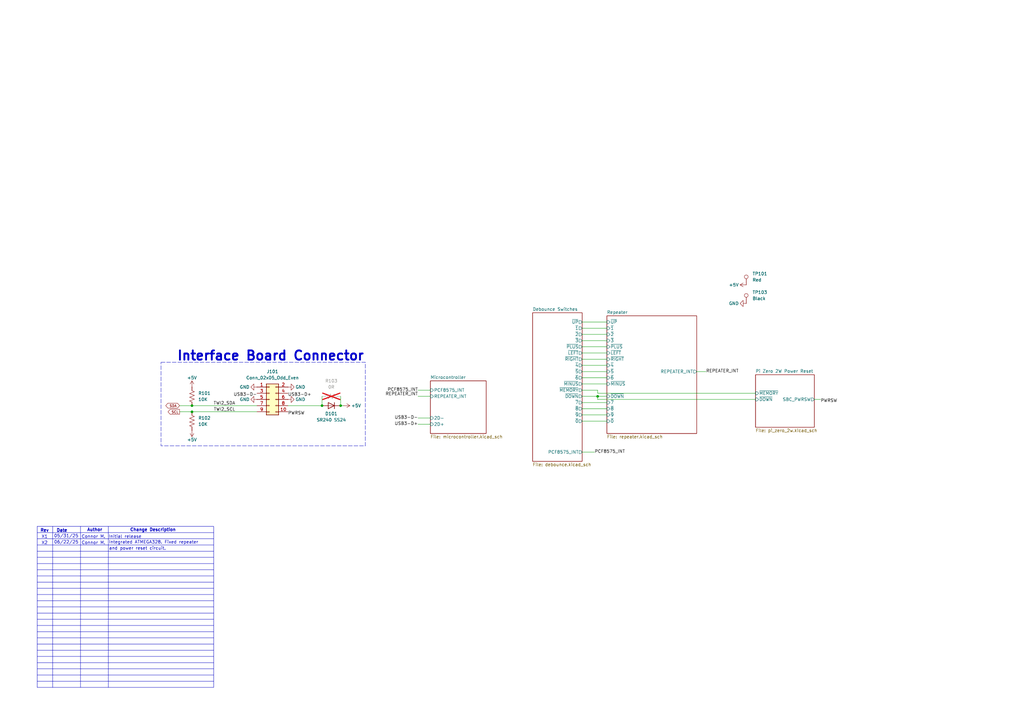
<source format=kicad_sch>
(kicad_sch (version 20250114) (generator "eeschema") (generator_version "9.0")
  (paper "A3")
  (title_block (title "MEP MAXI 85V-1 REV 2 Keypad") (date "2025-06-22") (rev "X2") (company "McMillan Enterprises") (comment 1 "Firmware: Connor McMillan (connor@mcmillan.website)") (comment 2 "Hardware &"))
  (lib_symbols
    (symbol "Connector:TestPoint" (pin_numbers (hide yes)) (pin_names (offset 0.762) (hide yes))
      (property "Reference" "TP" (at 0 6.858 0))
      (property "Value" "TestPoint" (at 0 5.08 0))
      (symbol "TestPoint_0_1"
        (circle (center 0 3.302) (radius 0.762))
      )
      (symbol "TestPoint_1_1"
        (pin passive line (at 0 0 90) (length 2.54) (name "1") (number "1"))
      )
    )
    (symbol "Connector_Generic:Conn_02x05_Odd_Even" (pin_names (offset 1.016) (hide yes))
      (property "Reference" "J" (at 1.27 7.62 0))
      (property "Value" "Conn_02x05_Odd_Even" (at 1.27 -7.62 0))
      (symbol "Conn_02x05_Odd_Even_1_1"
        (rectangle (start -1.27 6.35) (end 3.81 -6.35) (stroke (width 0.254)) (fill (type background)))
        (rectangle (start -1.27 5.207) (end 0 4.953) (stroke (width 0.1524)))
        (rectangle (start -1.27 2.667) (end 0 2.413) (stroke (width 0.1524)))
        (rectangle (start -1.27 0.127) (end 0 -0.127) (stroke (width 0.1524)))
        (rectangle (start -1.27 -2.413) (end 0 -2.667) (stroke (width 0.1524)))
        (rectangle (start -1.27 -4.953) (end 0 -5.207) (stroke (width 0.1524)))
        (rectangle (start 3.81 5.207) (end 2.54 4.953) (stroke (width 0.1524)))
        (rectangle (start 3.81 2.667) (end 2.54 2.413) (stroke (width 0.1524)))
        (rectangle (start 3.81 0.127) (end 2.54 -0.127) (stroke (width 0.1524)))
        (rectangle (start 3.81 -2.413) (end 2.54 -2.667) (stroke (width 0.1524)))
        (rectangle (start 3.81 -4.953) (end 2.54 -5.207) (stroke (width 0.1524)))
        (pin passive line (at -5.08 5.08 0) (length 3.81) (name "Pin_1") (number "1"))
        (pin passive line (at -5.08 2.54 0) (length 3.81) (name "Pin_3") (number "3"))
        (pin passive line (at -5.08 0 0) (length 3.81) (name "Pin_5") (number "5"))
        (pin passive line (at -5.08 -2.54 0) (length 3.81) (name "Pin_7") (number "7"))
        (pin passive line (at -5.08 -5.08 0) (length 3.81) (name "Pin_9") (number "9"))
        (pin passive line (at 7.62 5.08 180) (length 3.81) (name "Pin_2") (number "2"))
        (pin passive line (at 7.62 2.54 180) (length 3.81) (name "Pin_4") (number "4"))
        (pin passive line (at 7.62 0 180) (length 3.81) (name "Pin_6") (number "6"))
        (pin passive line (at 7.62 -2.54 180) (length 3.81) (name "Pin_8") (number "8"))
        (pin passive line (at 7.62 -5.08 180) (length 3.81) (name "Pin_10") (number "10"))
      )
    )
    (symbol "Device:D" (pin_numbers (hide yes)) (pin_names (offset 1.016) (hide yes))
      (property "Reference" "D" (at 0 2.54 0))
      (property "Value" "D" (at 0 -2.54 0))
      (symbol "D_0_1"
        (polyline (pts (xy -1.27 1.27) (xy -1.27 -1.27)) (stroke (width 0.254)))
        (polyline (pts (xy 1.27 1.27) (xy 1.27 -1.27) (xy -1.27 0) (xy 1.27 1.27)) (stroke (width 0.254)))
        (polyline (pts (xy 1.27 0) (xy -1.27 0)))
      )
      (symbol "D_1_1"
        (pin passive line (at -3.81 0 0) (length 2.54) (name "K") (number "1"))
        (pin passive line (at 3.81 0 180) (length 2.54) (name "A") (number "2"))
      )
    )
    (symbol "Device:R_US" (pin_numbers (hide yes)) (pin_names (offset 0))
      (property "Reference" "R" (at 2.54 0 90))
      (property "Value" "R_US" (at -2.54 0 90))
      (symbol "R_US_0_1"
        (polyline (pts (xy 0 2.286) (xy 0 2.54)))
        (polyline (pts (xy 0 2.286) (xy 1.016 1.905) (xy 0 1.524) (xy -1.016 1.143) (xy 0 0.762)))
        (polyline (pts (xy 0 0.762) (xy 1.016 0.381) (xy 0 0) (xy -1.016 -0.381) (xy 0 -0.762)))
        (polyline (pts (xy 0 -0.762) (xy 1.016 -1.143) (xy 0 -1.524) (xy -1.016 -1.905) (xy 0 -2.286)))
        (polyline (pts (xy 0 -2.286) (xy 0 -2.54)))
      )
      (symbol "R_US_1_1"
        (pin passive line (at 0 3.81 270) (length 1.27) (name "~") (number "1"))
        (pin passive line (at 0 -3.81 90) (length 1.27) (name "~") (number "2"))
      )
    )
    (symbol "power:+5V" (power) (pin_numbers (hide yes)) (pin_names (offset 0) (hide yes))
      (property "Value" "+5V" (at 0 3.556 0))
      (symbol "+5V_0_1"
        (polyline (pts (xy -0.762 1.27) (xy 0 2.54)))
        (polyline (pts (xy 0 2.54) (xy 0.762 1.27)))
        (polyline (pts (xy 0 0) (xy 0 2.54)))
      )
      (symbol "+5V_1_1"
        (pin power_in line (at 0 0 90) (length 0) (name "~") (number "1"))
      )
    )
    (symbol "power:GND" (power) (pin_numbers (hide yes)) (pin_names (offset 0) (hide yes))
      (property "Value" "GND" (at 0 -3.81 0))
      (symbol "GND_0_1"
        (polyline (pts (xy 0 0) (xy 0 -1.27) (xy 1.27 -1.27) (xy 0 -2.54) (xy -1.27 -1.27) (xy 0 -1.27)))
      )
      (symbol "GND_1_1"
        (pin power_in line (at 0 0 270) (length 0) (name "~") (number "1"))
      )
    )
  )
  (polyline (pts (xy 395.5093 266.7296) (xy 395.5411 266.731) (xy 395.5725 266.7334) (xy 395.6036 266.7368) (xy 395.6342 266.7411) (xy 395.6644 266.7463) (xy 395.694 266.7524) (xy 395.7229 266.7595) (xy 395.7512 266.7674) (xy 395.7788 266.7762) (xy 395.8056 266.7858) (xy 395.8315 266.7963) (xy 395.8565 266.8076) (xy 395.8805 266.8198) (xy 395.9034 266.8328) (xy 395.9253 266.8466) (xy 395.8457 267.0098) (xy 395.8259 266.9964) (xy 395.8055 266.9839) (xy 395.7844 266.9722) (xy 395.7627 266.9613) (xy 395.7405 266.9513) (xy 395.7177 266.9422) (xy 395.6944 266.9339) (xy 395.6707 266.9265) (xy 395.6465 266.9199) (xy 395.6219 266.9142) (xy 395.5969 266.9094) (xy 395.5715 266.9054) (xy 395.5459 266.9023) (xy 395.5199 266.9001) (xy 395.4937 266.8988) (xy 395.4673 266.8984) (xy 395.4254 266.8995) (xy 395.3855 266.9028) (xy 395.3477 266.9083) (xy 395.3122 266.9159) (xy 395.279 266.9255) (xy 395.2483 266.937) (xy 395.22 266.9504) (xy 395.1943 266.9655) (xy 395.1713 266.9824) (xy 395.1608 266.9915) (xy 395.1511 267.001) (xy 395.142 267.0109) (xy 395.1337 267.0211) (xy 395.1261 267.0318) (xy 395.1193 267.0428) (xy 395.1132 267.0542) (xy 395.1079 267.0659) (xy 395.1034 267.078) (xy 395.0997 267.0904) (xy 395.0968 267.1031) (xy 395.0947 267.1162) (xy 395.0934 267.1296) (xy 395.093 267.1432) (xy 395.095 267.1694) (xy 395.101 267.1933) (xy 395.1107 267.215) (xy 395.1237 267.2347) (xy 395.1399 267.2526) (xy 395.159 267.2689) (xy 395.1806 267.2837) (xy 395.2047 267.2973) (xy 395.2308 267.3098) (xy 395.2588 267.3214) (xy 395.3192 267.3427) (xy 395.4504 267.3827) (xy 395.5171 267.4042) (xy 395.5817 267.4288) (xy 395.6125 267.4426) (xy 395.642 267.4578) (xy 395.67 267.4744) (xy 395.6961 267.4927) (xy 395.7202 267.5128) (xy 395.7419 267.535) (xy 395.7609 267.5594) (xy 395.7771 267.5861) (xy 395.7902 267.6155) (xy 395.7998 267.6475) (xy 395.8058 267.6826) (xy 395.8078 267.7207) (xy 395.8071 267.7458) (xy 395.805 267.7702) (xy 395.8015 267.794) (xy 395.7967 267.8171) (xy 395.7906 267.8395) (xy 395.7831 267.8613) (xy 395.7744 267.8824) (xy 395.7645 267.9028) (xy 395.7533 267.9224) (xy 395.7409 267.9414) (xy 395.7274 267.9596) (xy 395.7127 267.977) (xy 395.6969 267.9938) (xy 395.68 268.0097) (xy 395.6621 268.0249) (xy 395.6431 268.0393) (xy 395.623 268.0529) (xy 395.602 268.0657) (xy 395.5801 268.0777) (xy 395.5572 268.0888) (xy 395.5334 268.0992) (xy 395.5087 268.1087) (xy 395.4831 268.1173) (xy 395.4567 268.125) (xy 395.4295 268.1319) (xy 395.4015 268.1379) (xy 395.3727 268.143) (xy 395.3432 268.1472) (xy 395.313 268.1505) (xy 395.2821 268.1529) (xy 395.2506 268.1543) (xy 395.2184 268.1548) (xy 395.1786 268.1539) (xy 395.139 268.1514) (xy 395.0999 268.1474) (xy 395.0613 268.1418) (xy 395.0235 268.1348) (xy 394.9865 268.1264) (xy 394.9506 268.1168) (xy 394.9158 268.106) (xy 394.8823 268.0941) (xy 394.8503 268.0811) (xy 394.8198 268.0671) (xy 394.7911 268.0523) (xy 394.7643 268.0366) (xy 394.7396 268.0202) (xy 394.717 268.0032) (xy 394.6967 267.9855) (xy 394.7843 267.8262) (xy 394.8049 267.8441) (xy 394.827 267.8611) (xy 394.8504 267.8771) (xy 394.8751 267.8923) (xy 394.9011 267.9064) (xy 394.9281 267.9195) (xy 394.9561 267.9315) (xy 394.985 267.9425) (xy 395.0147 267.9522) (xy 395.045 267.9608) (xy 395.076 267.9682) (xy 395.1075 267.9743) (xy 395.1394 267.9792) (xy 395.1715 267.9827) (xy 395.2039 267.9848) (xy 395.2363 267.9855) (xy 395.2776 267.9845) (xy 395.3171 267.9815) (xy 395.3546 267.9766) (xy 395.3901 267.9698) (xy 395.4233 267.961) (xy 395.4543 267.9504) (xy 395.4828 267.938) (xy 395.5089 267.9238) (xy 395.5323 267.9078) (xy 395.5429 267.8991) (xy 395.5529 267.89) (xy 395.5622 267.8805) (xy 395.5707 267.8706) (xy 395.5785 267.8602) (xy 395.5855 267.8494) (xy 395.5917 267.8382) (xy 395.5972 267.8266) (xy 395.6019 267.8146) (xy 395.6057 267.8022) (xy 395.6087 267.7894) (xy 395.6109 267.7761) (xy 395.6122 267.7625) (xy 395.6127 267.7485) (xy 395.6106 267.7225) (xy 395.6046 267.6989) (xy 395.595 267.6775) (xy 395.5819 267.6581) (xy 395.5658 267.6406) (xy 395.5467 267.6246) (xy 395.525 267.6101) (xy 395.501 267.5968) (xy 395.4748 267.5847) (xy 395.4469 267.5733) (xy 395.3865 267.5525) (xy 395.2553 267.5131) (xy 395.1886 267.4914) (xy 395.124 267.4664) (xy 395.0932 267.4521) (xy 395.0637 267.4365) (xy 395.0357 267.4192) (xy 395.0096 267.4002) (xy 394.9855 267.3792) (xy 394.9639 267.3561) (xy 394.9448 267.3306) (xy 394.9286 267.3025) (xy 394.9156 267.2717) (xy 394.9059 267.238) (xy 394.8999 267.2012) (xy 394.8979 267.1611) (xy 394.8986 267.1364) (xy 394.9007 267.1123) (xy 394.9041 267.0888) (xy 394.9088 267.066) (xy 394.9149 267.0437) (xy 394.9222 267.0222) (xy 394.9307 267.0013) (xy 394.9405 266.9811) (xy 394.9515 266.9615) (xy 394.9637 266.9427) (xy 394.977 266.9246) (xy 394.9914 266.9072) (xy 395.007 266.8905) (xy 395.0236 266.8746) (xy 395.0412 266.8594) (xy 395.0599 266.845) (xy 395.0796 266.8314) (xy 395.1002 266.8186) (xy 395.1218 266.8066) (xy 395.1443 266.7954) (xy 395.1677 266.7851) (xy 395.192 266.7755) (xy 395.2172 266.7669) (xy 395.2431 266.7591) (xy 395.2699 266.7521) (xy 395.2974 266.7461) (xy 395.3257 266.7409) (xy 395.3546 266.7367) (xy 395.3843 266.7334) (xy 395.4147 266.731) (xy 395.4457 266.7295) (xy 395.4773 266.7291) (xy 395.5093 266.7296)) (stroke (width -0.0001) (type solid)) (fill (type outline)))
  (polyline (pts (xy 387.3207 261.2772) (xy 388.1546 261.2772) (xy 387.3976 265.0624) (xy 389.7457 265.0624) (xy 389.6046 265.768) (xy 386.4224 265.768) (xy 387.3207 261.2772) (xy 387.3207 261.2772)) (stroke (width -0.0001) (type solid)) (fill (type outline)))
  (polyline (pts (xy 374.1361 266.9183) (xy 373.3495 266.9183) (xy 373.2639 267.3463) (xy 373.9648 267.3463) (xy 373.931 267.5156) (xy 373.2301 267.5156) (xy 373.1405 267.9656) (xy 373.9548 267.9656) (xy 373.921 268.1388) (xy 372.9075 268.1388) (xy 373.1863 266.745) (xy 374.1699 266.745) (xy 374.1361 266.9183)) (stroke (width -0.0001) (type solid)) (fill (type outline)))
  (polyline (pts (xy 385.2743 261.2772) (xy 386.1083 261.2772) (xy 385.2101 265.768) (xy 384.376 265.768) (xy 385.2743 261.2772) (xy 385.2743 261.2772)) (stroke (width -0.0001) (type solid)) (fill (type outline)))
  (rectangle (start 15.24 215.9) (end 87.63 281.94))
  (polyline (pts (xy 380.9337 266.9183) (xy 380.1472 266.9183) (xy 380.0616 267.3463) (xy 380.7625 267.3463) (xy 380.7286 267.5156) (xy 380.0277 267.5156) (xy 379.9381 267.9656) (xy 380.7525 267.9656) (xy 380.7187 268.1388) (xy 379.7052 268.1388) (xy 379.9839 266.745) (xy 380.9676 266.745) (xy 380.9337 266.9183)) (stroke (width -0.0001) (type solid)) (fill (type outline)))
  (polyline (pts (xy 398.3679 265.768) (xy 397.5403 265.768) (xy 397.3029 264.7287) (xy 395.0446 264.7287) (xy 394.3967 265.768) (xy 393.5049 265.768) (xy 394.6058 264.0743) (xy 395.4552 264.0743) (xy 397.1489 264.0743) (xy 396.6934 262.0983) (xy 395.4552 264.0743) (xy 394.6058 264.0743) (xy 396.424 261.2772) (xy 397.2516 261.2772) (xy 398.3679 265.768)) (stroke (width -0.0001) (type solid)) (fill (type outline)))
  (polyline (pts (xy 378.8385 266.9183) (xy 378.3626 266.9183) (xy 378.1177 268.1388) (xy 377.9206 268.1388) (xy 378.1635 266.9183) (xy 377.6876 266.9183) (xy 377.7215 266.745) (xy 378.8744 266.745) (xy 378.8385 266.9183)) (stroke (width -0.0001) (type solid)) (fill (type outline)))
  (polyline (pts (xy 372.5335 265.7758) (xy 371.6499 265.7758) (xy 372.1364 263.321) (xy 373.3282 261.8024) (xy 372.5335 265.7758)) (stroke (width -0.0001) (type solid)) (fill (type outline)))
  (polyline (pts (xy 381.0146 264.2668) (xy 383.3435 261.2772) (xy 384.062 261.2772) (xy 383.1639 265.768) (xy 382.3748 265.768) (xy 382.9585 262.8233) (xy 381.0403 265.2548) (xy 380.6682 265.2548) (xy 379.6417 262.7656) (xy 379.045 265.768) (xy 378.2495 265.768) (xy 379.1477 261.2772) (xy 379.8278 261.2772) (xy 381.0146 264.2668)) (stroke (width -0.0001) (type solid)) (fill (type outline)))
  (rectangle (start 66.04 148.59) (end 149.86 182.88) (stroke (width 0) (type dash)))
  (polyline (pts (xy 391.1535 266.7296) (xy 391.1852 266.731) (xy 391.2167 266.7334) (xy 391.2477 266.7368) (xy 391.2784 266.7411) (xy 391.3085 266.7463) (xy 391.3381 266.7524) (xy 391.3671 266.7595) (xy 391.3954 266.7674) (xy 391.423 266.7762) (xy 391.4497 266.7858) (xy 391.4756 266.7963) (xy 391.5006 266.8076) (xy 391.5246 266.8198) (xy 391.5476 266.8328) (xy 391.5694 266.8466) (xy 391.4898 267.0098) (xy 391.47 266.9964) (xy 391.4496 266.9839) (xy 391.4285 266.9722) (xy 391.4069 266.9613) (xy 391.3846 266.9513) (xy 391.3619 266.9422) (xy 391.3386 266.9339) (xy 391.3148 266.9265) (xy 391.2906 266.9199) (xy 391.266 266.9142) (xy 391.241 266.9094) (xy 391.2157 266.9054) (xy 391.19 266.9023) (xy 391.1641 266.9001) (xy 391.1379 266.8988) (xy 391.1115 266.8984) (xy 391.0695 266.8995) (xy 391.0296 266.9028) (xy 390.9919 266.9083) (xy 390.9564 266.9159) (xy 390.9232 266.9255) (xy 390.8924 266.937) (xy 390.8641 266.9504) (xy 390.8384 266.9655) (xy 390.8154 266.9824) (xy 390.805 266.9915) (xy 390.7952 267.001) (xy 390.7862 267.0109) (xy 390.7778 267.0211) (xy 390.7703 267.0318) (xy 390.7634 267.0428) (xy 390.7574 267.0542) (xy 390.7521 267.0659) (xy 390.7475 267.078) (xy 390.7438 267.0904) (xy 390.7409 267.1031) (xy 390.7388 267.1162) (xy 390.7376 267.1296) (xy 390.7371 267.1432) (xy 390.7392 267.1694) (xy 390.7452 267.1933) (xy 390.7548 267.215) (xy 390.7679 267.2347) (xy 390.784 267.2526) (xy 390.8031 267.2689) (xy 390.8248 267.2837) (xy 390.8488 267.2973) (xy 390.875 267.3098) (xy 390.9029 267.3214) (xy 390.9633 267.3427) (xy 391.0946 267.3827) (xy 391.1612 267.4042) (xy 391.2258 267.4288) (xy 391.2566 267.4426) (xy 391.2862 267.4578) (xy 391.3141 267.4744) (xy 391.3403 267.4927) (xy 391.3643 267.5128) (xy 391.386 267.535) (xy 391.4051 267.5594) (xy 391.4213 267.5861) (xy 391.4343 267.6155) (xy 391.4439 267.6475) (xy 391.4499 267.6826) (xy 391.452 267.7207) (xy 391.4513 267.7458) (xy 391.4492 267.7702) (xy 391.4457 267.794) (xy 391.4409 267.8171) (xy 391.4347 267.8395) (xy 391.4273 267.8613) (xy 391.4186 267.8824) (xy 391.4086 267.9028) (xy 391.3974 267.9224) (xy 391.3851 267.9414) (xy 391.3715 267.9596) (xy 391.3568 267.977) (xy 391.341 267.9938) (xy 391.3242 268.0097) (xy 391.3062 268.0249) (xy 391.2872 268.0393) (xy 391.2672 268.0529) (xy 391.2462 268.0657) (xy 391.2242 268.0777) (xy 391.2013 268.0888) (xy 391.1775 268.0992) (xy 391.1528 268.1087) (xy 391.1272 268.1173) (xy 391.1008 268.125) (xy 391.0736 268.1319) (xy 391.0456 268.1379) (xy 391.0169 268.143) (xy 390.9874 268.1472) (xy 390.9572 268.1505) (xy 390.9263 268.1529) (xy 390.8947 268.1543) (xy 390.8626 268.1548) (xy 390.8227 268.1539) (xy 390.7831 268.1514) (xy 390.744 268.1474) (xy 390.7055 268.1418) (xy 390.6676 268.1348) (xy 390.6307 268.1264) (xy 390.5947 268.1168) (xy 390.5599 268.106) (xy 390.5264 268.0941) (xy 390.4944 268.0811) (xy 390.464 268.0671) (xy 390.4353 268.0523) (xy 390.4085 268.0366) (xy 390.3837 268.0202) (xy 390.3611 268.0032) (xy 390.3409 267.9855) (xy 390.4285 267.8262) (xy 390.449 267.8441) (xy 390.4711 267.8611) (xy 390.4946 267.8771) (xy 390.5193 267.8923) (xy 390.5452 267.9064) (xy 390.5722 267.9195) (xy 390.6002 267.9315) (xy 390.6291 267.9425) (xy 390.6588 267.9522) (xy 390.6892 267.9608) (xy 390.7202 267.9682) (xy 390.7516 267.9743) (xy 390.7835 267.9792) (xy 390.8157 267.9827) (xy 390.848 267.9848) (xy 390.8805 267.9855) (xy 390.9218 267.9845) (xy 390.9612 267.9815) (xy 390.9988 267.9766) (xy 391.0342 267.9698) (xy 391.0675 267.961) (xy 391.0984 267.9504) (xy 391.127 267.938) (xy 391.153 267.9238) (xy 391.1764 267.9078) (xy 391.1871 267.8991) (xy 391.1971 267.89) (xy 391.2063 267.8805) (xy 391.2148 267.8706) (xy 391.2226 267.8602) (xy 391.2296 267.8494) (xy 391.2359 267.8382) (xy 391.2413 267.8266) (xy 391.246 267.8146) (xy 391.2499 267.8022) (xy 391.2529 267.7894) (xy 391.255 267.7761) (xy 391.2564 267.7625) (xy 391.2568 267.7485) (xy 391.2547 267.7225) (xy 391.2488 267.6989) (xy 391.2391 267.6775) (xy 391.2261 267.6581) (xy 391.2099 267.6406) (xy 391.1908 267.6246) (xy 391.1692 267.6101) (xy 391.1451 267.5968) (xy 391.119 267.5847) (xy 391.091 267.5733) (xy 391.0306 267.5525) (xy 390.8994 267.5131) (xy 390.8328 267.4914) (xy 390.7682 267.4664) (xy 390.7373 267.4521) (xy 390.7078 267.4365) (xy 390.6798 267.4192) (xy 390.6537 267.4002) (xy 390.6297 267.3792) (xy 390.608 267.3561) (xy 390.5889 267.3306) (xy 390.5727 267.3025) (xy 390.5597 267.2717) (xy 390.5501 267.238) (xy 390.5441 267.2012) (xy 390.542 267.1611) (xy 390.5427 267.1364) (xy 390.5448 267.1123) (xy 390.5482 267.0888) (xy 390.553 267.066) (xy 390.559 267.0437) (xy 390.5663 267.0222) (xy 390.5749 267.0013) (xy 390.5847 266.9811) (xy 390.5957 266.9615) (xy 390.6078 266.9427) (xy 390.6211 266.9246) (xy 390.6356 266.9072) (xy 390.6511 266.8905) (xy 390.6677 266.8746) (xy 390.6854 266.8594) (xy 390.704 266.845) (xy 390.7237 266.8314) (xy 390.7444 266.8186) (xy 390.766 266.8066) (xy 390.7885 266.7954) (xy 390.8119 266.7851) (xy 390.8362 266.7755) (xy 390.8613 266.7669) (xy 390.8873 266.7591) (xy 390.914 266.7521) (xy 390.9415 266.7461) (xy 390.9698 266.7409) (xy 390.9988 266.7367) (xy 391.0285 266.7334) (xy 391.0588 266.731) (xy 391.0898 266.7295) (xy 391.1215 266.7291) (xy 391.1535 266.7296)) (stroke (width -0.0001) (type solid)) (fill (type outline)))
  (polyline (pts (xy 370.1265 264.0944) (xy 372.7347 260.7468) (xy 372.7404 260.7468) (xy 370.1265 264.0944)) (stroke (width -0.0001) (type solid)) (fill (type outline)))
  (polyline (pts (xy 391.1634 261.2772) (xy 391.9974 261.2772) (xy 391.2404 265.0624) (xy 393.5885 265.0624) (xy 393.4473 265.768) (xy 390.2652 265.768) (xy 391.1634 261.2772) (xy 391.1634 261.2772)) (stroke (width -0.0001) (type solid)) (fill (type outline)))
  (polyline (pts (xy 376.5896 261.2161) (xy 376.7285 261.2253) (xy 376.8635 261.2405) (xy 376.9943 261.2617) (xy 377.1207 261.2889) (xy 377.2425 261.322) (xy 377.3594 261.3608) (xy 377.4711 261.4055) (xy 377.5776 261.4558) (xy 377.6785 261.5119) (xy 377.7736 261.5735) (xy 377.8626 261.6406) (xy 377.9454 261.7133) (xy 378.0216 261.7914) (xy 378.0911 261.8748) (xy 378.1536 261.9636) (xy 377.5506 262.4705) (xy 377.5032 262.4085) (xy 377.4525 262.3502) (xy 377.3985 262.2956) (xy 377.3702 262.2698) (xy 377.3411 262.2448) (xy 377.3112 262.2208) (xy 377.2804 262.1978) (xy 377.2488 262.1757) (xy 377.2164 262.1546) (xy 377.1831 262.1344) (xy 377.149 262.1153) (xy 377.114 262.0971) (xy 377.0782 262.0799) (xy 377.004 262.0485) (xy 376.9265 262.0212) (xy 376.8455 261.9979) (xy 376.7611 261.9787) (xy 376.6733 261.9638) (xy 376.5821 261.953) (xy 376.4874 261.9465) (xy 376.3893 261.9444) (xy 376.2829 261.9469) (xy 376.1791 261.9543) (xy 376.0779 261.9666) (xy 375.9794 261.9836) (xy 375.8836 262.0052) (xy 375.7906 262.0312) (xy 375.7004 262.0616) (xy 375.6131 262.0961) (xy 375.5288 262.1348) (xy 375.4474 262.1774) (xy 375.3691 262.2238) (xy 375.2939 262.2739) (xy 375.2219 262.3276) (xy 375.1531 262.3847) (xy 375.0875 262.4452) (xy 375.0252 262.5089) (xy 374.9663 262.5757) (xy 374.9108 262.6455) (xy 374.8588 262.718) (xy 374.8103 262.7933) (xy 374.7654 262.8712) (xy 374.7241 262.9515) (xy 374.6865 263.0341) (xy 374.6526 263.119) (xy 374.6225 263.206) (xy 374.5963 263.2949) (xy 374.5739 263.3856) (xy 374.5555 263.4781) (xy 374.5411 263.5722) (xy 374.5307 263.6677) (xy 374.5245 263.7645) (xy 374.5224 263.8626) (xy 374.5238 263.9316) (xy 374.5281 263.9992) (xy 374.5352 264.0651) (xy 374.5451 264.1295) (xy 374.5579 264.1922) (xy 374.5734 264.2532) (xy 374.5918 264.3125) (xy 374.6129 264.3701) (xy 374.6368 264.4258) (xy 374.6635 264.4796) (xy 374.6929 264.5315) (xy 374.725 264.5815) (xy 374.7599 264.6294) (xy 374.7975 264.6753) (xy 374.8378 264.7191) (xy 374.8808 264.7608) (xy 374.9265 264.8003) (xy 374.9749 264.8376) (xy 375.026 264.8726) (xy 375.0797 264.9053) (xy 375.136 264.9356) (xy 375.195 264.9636) (xy 375.2566 264.9891) (xy 375.3208 265.0121) (xy 375.3876 265.0325) (xy 375.457 265.0504) (xy 375.529 265.0656) (xy 375.6036 265.0782) (xy 375.6807 265.088) (xy 375.7604 265.0951) (xy 375.8427 265.0994) (xy 375.9274 265.1009) (xy 376.0205 265.0989) (xy 376.112 265.093) (xy 376.2019 265.0832) (xy 376.2902 265.0693) (xy 376.3768 265.0514) (xy 376.4616 265.0295) (xy 376.5447 265.0035) (xy 376.6259 264.9733) (xy 376.7053 264.9391) (xy 376.7827 264.9007) (xy 376.8581 264.8581) (xy 376.9315 264.8112) (xy 377.0029 264.7602) (xy 377.0721 264.7048) (xy 377.1392 264.6452) (xy 377.2041 264.5812) (xy 377.6916 265.1072) (xy 377.6074 265.1978) (xy 377.5183 265.2821) (xy 377.4247 265.36) (xy 377.3266 265.4316) (xy 377.2242 265.4971) (xy 377.1176 265.5565) (xy 377.0072 265.6099) (xy 376.8929 265.6574) (xy 376.7751 265.699) (xy 376.6538 265.7348) (xy 376.5292 265.7649) (xy 376.4015 265.7893) (xy 376.2709 265.8082) (xy 376.1376 265.8216) (xy 376.0016 265.8296) (xy 375.8632 265.8322) (xy 375.7367 265.8299) (xy 375.6135 265.8232) (xy 375.4937 265.8119) (xy 375.3772 265.7964) (xy 375.2641 265.7765) (xy 375.1545 265.7525) (xy 375.0484 265.7244) (xy 374.9459 265.6922) (xy 374.847 265.656) (xy 374.7518 265.616) (xy 374.6603 265.5722) (xy 374.5725 265.5247) (xy 374.4886 265.4735) (xy 374.4085 265.4188) (xy 374.3324 265.3605) (xy 374.2601 265.2989) (xy 374.1919 265.234) (xy 374.1278 265.1658) (xy 374.0677 265.0944) (xy 374.0118 265.0199) (xy 373.9601 264.9424) (xy 373.9126 264.862) (xy 373.8695 264.7788) (xy 373.8306 264.6927) (xy 373.7962 264.604) (xy 373.7662 264.5126) (xy 373.7406 264.4187) (xy 373.7196 264.3224) (xy 373.7032 264.2236) (xy 373.6914 264.1226) (xy 373.6843 264.0193) (xy 373.682 263.9139) (xy 373.6852 263.7724) (xy 373.6947 263.633) (xy 373.7105 263.496) (xy 373.7324 263.3613) (xy 373.7603 263.2293) (xy 373.7942 263.1001) (xy 373.8339 262.9737) (xy 373.8794 262.8505) (xy 373.9306 262.7304) (xy 373.9873 262.6138) (xy 374.0495 262.5006) (xy 374.117 262.3912) (xy 374.1899 262.2856) (xy 374.2679 262.1839) (xy 374.3509 262.0865) (xy 374.439 261.9933) (xy 374.5319 261.9046) (xy 374.6297 261.8205) (xy 374.7321 261.7411) (xy 374.8391 261.6667) (xy 374.9507 261.5973) (xy 375.0666 261.5332) (xy 375.1869 261.4744) (xy 375.3113 261.4212) (xy 375.4399 261.3737) (xy 375.5725 261.332) (xy 375.709 261.2963) (xy 375.8493 261.2667) (xy 375.9934 261.2434) (xy 376.1411 261.2266) (xy 376.2924 261.2164) (xy 376.4471 261.213) (xy 376.5896 261.2161)) (stroke (width -0.0001) (type solid)) (fill (type outline)))
  (polyline (pts (xy 375.0109 259.0135) (xy 370.1552 265.2009) (xy 369.7386 265.2009) (xy 368.5893 262.4136) (xy 367.9211 265.7758) (xy 367.03 265.7758) (xy 368.0361 260.7468) (xy 368.7976 260.7468) (xy 369.9562 263.6659) (xy 370.1265 264.0944) (xy 372.7404 260.7468) (xy 373.6079 259.6357) (xy 374.9545 258.6582) (xy 375.0109 259.0135)) (stroke (width -0.0001) (type solid)) (fill (type outline)))
  (polyline (pts (xy 387.4406 266.7468) (xy 387.4968 266.752) (xy 387.5497 266.7605) (xy 387.599 266.7724) (xy 387.6224 266.7796) (xy 387.6449 266.7876) (xy 387.6664 266.7963) (xy 387.6871 266.8059) (xy 387.7068 266.8163) (xy 387.7256 266.8274) (xy 387.7434 266.8394) (xy 387.7603 266.852) (xy 387.7763 266.8655) (xy 387.7913 266.8797) (xy 387.8053 266.8946) (xy 387.8183 266.9103) (xy 387.8303 266.9267) (xy 387.8414 266.9438) (xy 387.8514 266.9617) (xy 387.8604 266.9802) (xy 387.8684 266.9995) (xy 387.8753 267.0194) (xy 387.8812 267.04) (xy 387.8861 267.0614) (xy 387.8899 267.0833) (xy 387.8926 267.106) (xy 387.8942 267.1293) (xy 387.8948 267.1532) (xy 387.8929 267.2041) (xy 387.8907 267.2287) (xy 387.8876 267.2527) (xy 387.8836 267.2763) (xy 387.8787 267.2992) (xy 387.873 267.3217) (xy 387.8664 267.3435) (xy 387.859 267.3648) (xy 387.8507 267.3855) (xy 387.8416 267.4056) (xy 387.8317 267.4252) (xy 387.821 267.4442) (xy 387.8096 267.4625) (xy 387.7973 267.4803) (xy 387.7842 267.4974) (xy 387.7704 267.514) (xy 387.7558 267.5299) (xy 387.7405 267.5452) (xy 387.7244 267.5599) (xy 387.7076 267.5739) (xy 387.69 267.5873) (xy 387.6718 267.6) (xy 387.6528 267.6121) (xy 387.6128 267.6344) (xy 387.57 267.6539) (xy 387.5246 267.6707) (xy 387.4766 267.6848) (xy 387.7314 268.1388) (xy 387.5204 268.1388) (xy 387.2775 267.7127) (xy 386.8673 267.7127) (xy 386.7837 268.1388) (xy 386.5826 268.1388) (xy 386.7017 267.5434) (xy 386.9012 267.5434) (xy 387.2456 267.5434) (xy 387.2976 267.5419) (xy 387.3467 267.5375) (xy 387.3929 267.5301) (xy 387.4361 267.5197) (xy 387.4565 267.5134) (xy 387.4762 267.5064) (xy 387.495 267.4987) (xy 387.5131 267.4902) (xy 387.5304 267.481) (xy 387.5469 267.4711) (xy 387.5626 267.4605) (xy 387.5774 267.4491) (xy 387.5914 267.437) (xy 387.6046 267.4243) (xy 387.6169 267.4108) (xy 387.6283 267.3965) (xy 387.6389 267.3816) (xy 387.6486 267.366) (xy 387.6574 267.3497) (xy 387.6653 267.3326) (xy 387.6724 267.3149) (xy 387.6785 267.2964) (xy 387.6837 267.2773) (xy 387.688 267.2574) (xy 387.6913 267.2369) (xy 387.6937 267.2157) (xy 387.6951 267.1937) (xy 387.6956 267.1711) (xy 387.6953 267.1557) (xy 387.6942 267.1407) (xy 387.6925 267.1262) (xy 387.6901 267.1122) (xy 387.687 267.0987) (xy 387.6832 267.0857) (xy 387.6787 267.0731) (xy 387.6736 267.0611) (xy 387.6678 267.0495) (xy 387.6614 267.0384) (xy 387.6543 267.0277) (xy 387.6466 267.0176) (xy 387.6382 267.008) (xy 387.6292 266.9988) (xy 387.6195 266.9902) (xy 387.6093 266.982) (xy 387.5984 266.9743) (xy 387.5868 266.9671) (xy 387.5747 266.9604) (xy 387.5619 266.9542) (xy 387.5486 266.9485) (xy 387.5346 266.9432) (xy 387.5201 266.9385) (xy 387.5049 266.9343) (xy 387.4892 266.9305) (xy 387.4729 266.9273) (xy 387.456 266.9245) (xy 387.4385 266.9223) (xy 387.4205 266.9205) (xy 387.4019 266.9193) (xy 387.3828 266.9185) (xy 387.3631 266.9183) (xy 387.0266 266.9183) (xy 386.9012 267.5434) (xy 386.7017 267.5434) (xy 386.8613 266.745) (xy 387.381 266.745) (xy 387.4406 266.7468)) (stroke (width -0.0001) (type solid)) (fill (type outline)))
  (polyline (pts (xy 402.3773 264.4208) (xy 402.9996 261.2772) (xy 403.8272 261.2772) (xy 402.9291 265.768) (xy 402.2426 265.768) (xy 400.4013 262.6244) (xy 399.7726 265.768) (xy 398.945 265.768) (xy 399.8432 261.2772) (xy 400.5296 261.2772) (xy 402.3773 264.4208)) (stroke (width -0.0001) (type solid)) (fill (type outline)))
  (polyline (pts (xy 389.122 268.1388) (xy 388.9228 268.1388) (xy 389.2016 266.745) (xy 389.4007 266.745) (xy 389.122 268.1388)) (stroke (width -0.0001) (type solid)) (fill (type outline)))
  (polyline (pts (xy 382.7899 266.7468) (xy 382.8462 266.752) (xy 382.899 266.7605) (xy 382.9484 266.7724) (xy 382.9717 266.7796) (xy 382.9942 266.7876) (xy 383.0158 266.7963) (xy 383.0364 266.8059) (xy 383.0561 266.8163) (xy 383.0749 266.8274) (xy 383.0928 266.8394) (xy 383.1097 266.852) (xy 383.1256 266.8655) (xy 383.1406 266.8797) (xy 383.1546 266.8946) (xy 383.1677 266.9103) (xy 383.1797 266.9267) (xy 383.1907 266.9438) (xy 383.2007 266.9617) (xy 383.2098 266.9802) (xy 383.2177 266.9995) (xy 383.2247 267.0194) (xy 383.2306 267.04) (xy 383.2354 267.0614) (xy 383.2392 267.0833) (xy 383.2419 267.106) (xy 383.2436 267.1293) (xy 383.2441 267.1532) (xy 383.2423 267.2041) (xy 383.24 267.2287) (xy 383.2369 267.2527) (xy 383.2329 267.2763) (xy 383.228 267.2992) (xy 383.2223 267.3217) (xy 383.2157 267.3435) (xy 383.2083 267.3648) (xy 383.2001 267.3855) (xy 383.191 267.4056) (xy 383.1811 267.4252) (xy 383.1704 267.4442) (xy 383.1589 267.4625) (xy 383.1466 267.4803) (xy 383.1336 267.4974) (xy 383.1198 267.514) (xy 383.1052 267.5299) (xy 383.0898 267.5452) (xy 383.0737 267.5599) (xy 383.0569 267.5739) (xy 383.0394 267.5873) (xy 383.0211 267.6) (xy 383.0021 267.6121) (xy 382.9621 267.6344) (xy 382.9194 267.6539) (xy 382.8739 267.6707) (xy 382.8259 267.6848) (xy 383.0808 268.1388) (xy 382.8698 268.1388) (xy 382.6269 267.7127) (xy 382.2166 267.7127) (xy 382.133 268.1388) (xy 381.9319 268.1388) (xy 382.051 267.5434) (xy 382.2505 267.5434) (xy 382.595 267.5434) (xy 382.647 267.5419) (xy 382.6961 267.5375) (xy 382.7422 267.5301) (xy 382.7854 267.5197) (xy 382.8059 267.5134) (xy 382.8255 267.5064) (xy 382.8444 267.4987) (xy 382.8625 267.4902) (xy 382.8798 267.481) (xy 382.8963 267.4711) (xy 382.9119 267.4605) (xy 382.9268 267.4491) (xy 382.9408 267.437) (xy 382.9539 267.4243) (xy 382.9662 267.4108) (xy 382.9777 267.3965) (xy 382.9882 267.3816) (xy 382.998 267.366) (xy 383.0068 267.3497) (xy 383.0147 267.3326) (xy 383.0217 267.3149) (xy 383.0278 267.2964) (xy 383.033 267.2773) (xy 383.0373 267.2574) (xy 383.0407 267.2369) (xy 383.043 267.2157) (xy 383.0445 267.1937) (xy 383.045 267.1711) (xy 383.0446 267.1557) (xy 383.0436 267.1407) (xy 383.0418 267.1262) (xy 383.0394 267.1122) (xy 383.0363 267.0987) (xy 383.0325 267.0857) (xy 383.0281 267.0731) (xy 383.023 267.0611) (xy 383.0172 267.0495) (xy 383.0108 267.0384) (xy 383.0037 267.0277) (xy 382.9959 267.0176) (xy 382.9876 267.008) (xy 382.9785 266.9988) (xy 382.9689 266.9902) (xy 382.9586 266.982) (xy 382.9477 266.9743) (xy 382.9362 266.9671) (xy 382.924 266.9604) (xy 382.9113 266.9542) (xy 382.8979 266.9485) (xy 382.884 266.9432) (xy 382.8694 266.9385) (xy 382.8543 266.9343) (xy 382.8386 266.9305) (xy 382.8222 266.9273) (xy 382.8054 266.9245) (xy 382.7879 266.9223) (xy 382.7699 266.9205) (xy 382.7513 266.9193) (xy 382.7321 266.9185) (xy 382.7124 266.9183) (xy 382.3759 266.9183) (xy 382.2505 267.5434) (xy 382.051 267.5434) (xy 382.2107 266.745) (xy 382.7303 266.745) (xy 382.7899 266.7468)) (stroke (width -0.0001) (type solid)) (fill (type outline)))
  (polyline (pts (xy 393.7901 266.9183) (xy 393.0036 266.9183) (xy 392.918 267.3463) (xy 393.6189 267.3463) (xy 393.585 267.5156) (xy 392.8841 267.5156) (xy 392.7945 267.9656) (xy 393.6089 267.9656) (xy 393.5751 268.1388) (xy 392.5616 268.1388) (xy 392.8403 266.745) (xy 393.824 266.745) (xy 393.7901 266.9183)) (stroke (width -0.0001) (type solid)) (fill (type outline)))
  (polyline (pts (xy 376.1996 267.8182) (xy 376.4126 266.745) (xy 376.6117 266.745) (xy 376.333 268.1388) (xy 376.1697 268.1388) (xy 375.5464 267.0656) (xy 375.3333 268.1388) (xy 375.1343 268.1388) (xy 375.413 266.745) (xy 375.5763 266.745) (xy 376.1996 267.8182)) (stroke (width -0.0001) (type solid)) (fill (type outline)))
  (polyline (pts (xy 375.9475 256.261) (xy 377.8002 254.9162) (xy 376.4553 256.7689) (xy 378.7164 257.128) (xy 376.4553 257.4871) (xy 377.8002 259.3399) (xy 375.9475 257.995) (xy 375.5884 260.256) (xy 375.2293 257.995) (xy 373.3765 259.3399) (xy 374.7214 257.4871) (xy 372.4604 257.128) (xy 374.7214 256.7689) (xy 373.3765 254.9162) (xy 375.2293 256.261) (xy 375.5884 254) (xy 375.9475 256.261)) (stroke (width -0.0001) (type solid)) (fill (type outline)))
  (polyline (pts (xy 370.1265 264.0944) (xy 372.7347 260.7468) (xy 372.7404 260.7468) (xy 370.1265 264.0944)) (stroke (width -0.0001) (type solid)) (fill (type outline)))
  (polyline (pts (xy 385.1279 266.7468) (xy 385.1838 266.752) (xy 385.2364 266.7605) (xy 385.2855 266.7724) (xy 385.3088 266.7796) (xy 385.3311 266.7876) (xy 385.3526 266.7963) (xy 385.3732 266.8059) (xy 385.3928 266.8163) (xy 385.4115 266.8274) (xy 385.4293 266.8394) (xy 385.4462 266.852) (xy 385.4621 266.8655) (xy 385.477 266.8797) (xy 385.491 266.8946) (xy 385.504 266.9103) (xy 385.516 266.9267) (xy 385.527 266.9438) (xy 385.537 266.9617) (xy 385.546 266.9802) (xy 385.554 266.9995) (xy 385.5609 267.0194) (xy 385.5668 267.04) (xy 385.5716 267.0614) (xy 385.5754 267.0833) (xy 385.5781 267.106) (xy 385.5798 267.1293) (xy 385.5803 267.1532) (xy 385.5796 267.1862) (xy 385.5774 267.2183) (xy 385.5738 267.2495) (xy 385.5688 267.2798) (xy 385.5623 267.3091) (xy 385.5545 267.3376) (xy 385.5454 267.3651) (xy 385.5348 267.3916) (xy 385.523 267.4172) (xy 385.5099 267.4418) (xy 385.4954 267.4655) (xy 385.4797 267.4881) (xy 385.4628 267.5098) (xy 385.4446 267.5304) (xy 385.4252 267.55) (xy 385.4046 267.5686) (xy 385.3829 267.5861) (xy 385.3599 267.6026) (xy 385.3358 267.618) (xy 385.3107 267.6324) (xy 385.2843 267.6456) (xy 385.257 267.6578) (xy 385.2285 267.6688) (xy 385.199 267.6788) (xy 385.1684 267.6876) (xy 385.1369 267.6952) (xy 385.1043 267.7017) (xy 385.0708 267.7071) (xy 385.0363 267.7113) (xy 385.0009 267.7143) (xy 384.9645 267.7161) (xy 384.9273 267.7167) (xy 384.5549 267.7167) (xy 384.4712 268.1388) (xy 384.2722 268.1388) (xy 384.3913 267.5434) (xy 384.5908 267.5434) (xy 384.9312 267.5434) (xy 384.9832 267.5419) (xy 385.0323 267.5375) (xy 385.0785 267.5301) (xy 385.1217 267.5197) (xy 385.1421 267.5134) (xy 385.1618 267.5064) (xy 385.1807 267.4987) (xy 385.1988 267.4902) (xy 385.2161 267.481) (xy 385.2325 267.4711) (xy 385.2482 267.4605) (xy 385.263 267.4491) (xy 385.277 267.437) (xy 385.2902 267.4243) (xy 385.3025 267.4108) (xy 385.314 267.3965) (xy 385.3245 267.3816) (xy 385.3342 267.366) (xy 385.3431 267.3497) (xy 385.351 267.3326) (xy 385.358 267.3149) (xy 385.3641 267.2964) (xy 385.3693 267.2773) (xy 385.3736 267.2574) (xy 385.3769 267.2369) (xy 385.3793 267.2157) (xy 385.3808 267.1937) (xy 385.3813 267.1711) (xy 385.3809 267.1557) (xy 385.3799 267.1407) (xy 385.3781 267.1262) (xy 385.3757 267.1122) (xy 385.3726 267.0987) (xy 385.3688 267.0857) (xy 385.3644 267.0731) (xy 385.3593 267.0611) (xy 385.3535 267.0495) (xy 385.3471 267.0384) (xy 385.34 267.0277) (xy 385.3323 267.0176) (xy 385.324 267.008) (xy 385.315 266.9988) (xy 385.3054 266.9902) (xy 385.2951 266.982) (xy 385.2843 266.9743) (xy 385.2728 266.9671) (xy 385.2607 266.9604) (xy 385.248 266.9542) (xy 385.2348 266.9485) (xy 385.2209 266.9432) (xy 385.2064 266.9385) (xy 385.1914 266.9343) (xy 385.1758 266.9305) (xy 385.1596 266.9273) (xy 385.1428 266.9245) (xy 385.1255 266.9223) (xy 385.1076 266.9205) (xy 385.0892 266.9193) (xy 385.0703 266.9185) (xy 385.0507 266.9183) (xy 384.7162 266.9183) (xy 384.5908 267.5434) (xy 384.3913 267.5434) (xy 384.5509 266.745) (xy 385.0686 266.745) (xy 385.1279 266.7468)) (stroke (width -0.0001) (type solid)) (fill (type outline)))
  (text "Change Description" (at 62.738 217.424 0) (effects (font (size 1.27 1.27) (thickness 0.254) (bold yes))))
  (text "Interface Board Connector" (at 110.998 146.05 0) (effects (font (size 3.81 3.81) (thickness 0.762) (bold yes))))
  (text "Integrated ATMEGA328. Fixed repeater" (at 62.992 222.504 0) (effects (font (size 1.27 1.27))))
  (text "Date" (at 25.4 217.678 0) (effects (font (size 1.27 1.27) (thickness 0.254) (bold yes))))
  (text "Connor M." (at 38.354 220.218 0) (effects (font (size 1.27 1.27))))
  (text "and power reset circuit." (at 56.388 225.044 0) (effects (font (size 1.27 1.27))))
  (text "Initial release" (at 51.308 220.218 0) (effects (font (size 1.27 1.27))))
  (text "X1" (at 18.288 220.218 0) (effects (font (size 1.27 1.27) (thickness 0.1588))))
  (text "Author" (at 38.862 217.424 0) (effects (font (size 1.27 1.27) (thickness 0.254) (bold yes))))
  (text "X2" (at 18.288 222.758 0) (effects (font (size 1.27 1.27) (thickness 0.1588))))
  (text "06/22/25" (at 27.178 222.504 0) (effects (font (size 1.27 1.27))))
  (text "Rev" (at 18.288 217.678 0) (effects (font (size 1.27 1.27) (thickness 0.254) (bold yes))))
  (text "05/31/25" (at 27.178 219.964 0) (effects (font (size 1.27 1.27))))
  (text "Connor M." (at 38.354 222.758 0) (effects (font (size 1.27 1.27))))
  (junction (at 245.11 162.56))
  (junction (at 132.08 166.37))
  (junction (at 78.74 168.91))
  (junction (at 139.7 166.37))
  (junction (at 78.74 166.37))
  (wire (pts (xy 78.74 166.37) (xy 105.41 166.37)))
  (polyline (pts (xy 15.24 238.76) (xy 87.63 238.76)))
  (wire (pts (xy 238.76 139.7) (xy 248.92 139.7)))
  (polyline (pts (xy 44.45 215.9) (xy 44.45 281.94)))
  (polyline (pts (xy 15.24 243.84) (xy 87.63 243.84)))
  (polyline (pts (xy 15.24 218.44) (xy 87.63 218.44)))
  (polyline (pts (xy 15.24 266.7) (xy 87.63 266.7)))
  (polyline (pts (xy 15.24 269.24) (xy 87.63 269.24)))
  (wire (pts (xy 245.11 162.56) (xy 245.11 163.83)))
  (wire (pts (xy 238.76 162.56) (xy 245.11 162.56)))
  (polyline (pts (xy 15.24 236.22) (xy 87.63 236.22)))
  (wire (pts (xy 336.55 163.83) (xy 334.01 163.83)))
  (polyline (pts (xy 15.24 264.16) (xy 87.63 264.16)))
  (wire (pts (xy 139.7 162.56) (xy 139.7 166.37)))
  (wire (pts (xy 132.08 162.56) (xy 132.08 166.37)))
  (polyline (pts (xy 15.24 233.68) (xy 87.63 233.68)))
  (wire (pts (xy 238.76 154.94) (xy 248.92 154.94)))
  (wire (pts (xy 238.76 137.16) (xy 248.92 137.16)))
  (wire (pts (xy 238.76 134.62) (xy 248.92 134.62)))
  (polyline (pts (xy 15.24 279.4) (xy 87.63 279.4)))
  (polyline (pts (xy 15.24 259.08) (xy 87.63 259.08)))
  (wire (pts (xy 171.45 160.02) (xy 176.53 160.02)))
  (wire (pts (xy 238.76 149.86) (xy 248.92 149.86)))
  (polyline (pts (xy 15.24 231.14) (xy 87.63 231.14)))
  (wire (pts (xy 140.97 166.37) (xy 139.7 166.37)))
  (polyline (pts (xy 21.59 215.9) (xy 21.59 281.94)))
  (polyline (pts (xy 15.24 276.86) (xy 87.63 276.86)))
  (wire (pts (xy 238.76 160.02) (xy 245.11 160.02)))
  (polyline (pts (xy 15.24 261.62) (xy 87.63 261.62)))
  (polyline (pts (xy 15.24 248.92) (xy 87.63 248.92)))
  (polyline (pts (xy 15.24 228.6) (xy 87.63 228.6)))
  (wire (pts (xy 171.45 162.56) (xy 176.53 162.56)))
  (wire (pts (xy 245.11 161.29) (xy 309.88 161.29)))
  (wire (pts (xy 132.08 166.37) (xy 118.11 166.37)))
  (polyline (pts (xy 15.24 274.32) (xy 87.63 274.32)))
  (polyline (pts (xy 15.24 246.38) (xy 87.63 246.38)))
  (wire (pts (xy 238.76 152.4) (xy 248.92 152.4)))
  (wire (pts (xy 171.45 173.99) (xy 176.53 173.99)))
  (wire (pts (xy 73.66 166.37) (xy 78.74 166.37)))
  (wire (pts (xy 245.11 162.56) (xy 248.92 162.56)))
  (wire (pts (xy 243.84 185.42) (xy 238.76 185.42)))
  (wire (pts (xy 238.76 170.18) (xy 248.92 170.18)))
  (polyline (pts (xy 15.24 256.54) (xy 87.63 256.54)))
  (wire (pts (xy 285.75 152.4) (xy 289.56 152.4)))
  (polyline (pts (xy 15.24 223.52) (xy 87.63 223.52)))
  (wire (pts (xy 245.11 163.83) (xy 309.88 163.83)))
  (wire (pts (xy 238.76 167.64) (xy 248.92 167.64)))
  (polyline (pts (xy 15.24 220.98) (xy 87.63 220.98)))
  (wire (pts (xy 238.76 142.24) (xy 248.92 142.24)))
  (wire (pts (xy 171.45 171.45) (xy 176.53 171.45)))
  (polyline (pts (xy 33.02 215.9) (xy 33.02 281.94)))
  (polyline (pts (xy 15.24 251.46) (xy 87.63 251.46)))
  (wire (pts (xy 73.66 168.91) (xy 78.74 168.91)))
  (wire (pts (xy 238.76 172.72) (xy 248.92 172.72)))
  (polyline (pts (xy 15.24 241.3) (xy 87.63 241.3)))
  (polyline (pts (xy 15.24 254) (xy 87.63 254)))
  (wire (pts (xy 245.11 160.02) (xy 245.11 161.29)))
  (polyline (pts (xy 15.24 226.06) (xy 87.63 226.06)))
  (wire (pts (xy 238.76 165.1) (xy 248.92 165.1)))
  (wire (pts (xy 238.76 144.78) (xy 248.92 144.78)))
  (wire (pts (xy 78.74 168.91) (xy 105.41 168.91)))
  (wire (pts (xy 238.76 132.08) (xy 248.92 132.08)))
  (wire (pts (xy 238.76 157.48) (xy 248.92 157.48)))
  (polyline (pts (xy 15.24 271.78) (xy 87.63 271.78)))
  (wire (pts (xy 238.76 147.32) (xy 248.92 147.32)))
  (label "USB3-D-" (at 105.41 161.29 180))
  (label "PWRSW" (at 118.11 168.91 0))
  (label "USB3-D+" (at 118.11 161.29 0))
  (label "PCF8575_INT" (at 171.45 160.02 180))
  (label "TWI2_SCL" (at 96.52 168.91 180))
  (label "PWRSW" (at 336.55 163.83 0))
  (label "USB3-D-" (at 171.45 171.45 180))
  (label "TWI2_SDA" (at 96.52 166.37 180))
  (label "REPEATER_INT" (at 171.45 162.56 180))
  (label "USB3-D+" (at 171.45 173.99 180))
  (label "PCF8575_INT" (at 243.84 185.42 0))
  (label "REPEATER_INT" (at 289.56 152.4 0))
  (global_label "SDA" (shape bidirectional) (at 73.66 166.37 180) (effects (font (size 1.016 1.016))) (property "Intersheetrefs" "${INTERSHEET_REFS}" (effects (hide yes))))
  (global_label "SCL" (shape output) (at 73.66 168.91 180) (effects (font (size 1.016 1.016))) (property "Intersheetrefs" "${INTERSHEET_REFS}" (effects (hide yes))))
  (symbol (lib_id "power:GND") (at 118.11 163.83 90) (unit 1)
    (property "Reference" "#PWR0107" (effects (hide yes)))
    (property "Value" "GND" (at 123.19 163.83 90))
    (property "Description" "Power symbol creates a global label with name \"GND\" , ground" (effects (hide yes)))
  )
  (symbol (lib_id "Device:R_US") (at 78.74 162.56 0) (unit 1)
    (property "Reference" "R101" (at 81.28 161.2899 0) (effects (justify left)))
    (property "Value" "10K" (at 81.28 163.8299 0) (effects (justify left)))
    (property "Footprint" "Resistor_SMD:R_0805_2012Metric" (effects (hide yes)))
    (property "Description" "Resistor, US symbol" (effects (hide yes)))
  )
  (symbol (lib_id "Device:R_US") (at 135.89 162.56 90) (unit 1) (dnp yes)
    (property "Reference" "R103" (at 135.89 156.21 90))
    (property "Value" "0R" (at 135.89 158.75 90))
    (property "Footprint" "Resistor_SMD:R_0805_2012Metric" (effects (hide yes)))
    (property "Description" "Resistor, US symbol" (effects (hide yes)))
  )
  (symbol (lib_id "power:+5V") (at 140.97 166.37 270) (unit 1)
    (property "Reference" "#PWR0108" (effects (hide yes)))
    (property "Value" "+5V" (at 144.018 166.37 90) (effects (justify left)))
    (property "Description" "Power symbol creates a global label with name \"+5V\"" (effects (hide yes)))
  )
  (symbol (lib_id "power:GND") (at 105.41 163.83 270) (unit 1)
    (property "Reference" "#PWR0105" (effects (hide yes)))
    (property "Value" "GND" (at 100.33 163.83 90))
    (property "Description" "Power symbol creates a global label with name \"GND\" , ground" (effects (hide yes)))
  )
  (symbol (lib_id "power:+5V") (at 306.07 116.84 90) (unit 1)
    (property "Reference" "#PWR0101" (effects (hide yes)))
    (property "Value" "+5V" (at 303.022 116.84 90) (effects (justify left)))
    (property "Description" "Power symbol creates a global label with name \"+5V\"" (effects (hide yes)))
  )
  (symbol (lib_id "Connector:TestPoint") (at 306.07 116.84 0) (unit 1)
    (property "Reference" "TP101" (at 308.61 112.2679 0) (effects (justify left)))
    (property "Value" "Red" (at 308.61 114.8079 0) (effects (justify left)))
    (property "Footprint" "TestPoint:TestPoint_Keystone_5000-5004_Miniature" (effects (hide yes)))
    (property "Description" "test point" (effects (hide yes)))
  )
  (symbol (lib_id "power:GND") (at 118.11 158.75 90) (unit 1)
    (property "Reference" "#PWR0106" (effects (hide yes)))
    (property "Value" "GND" (at 123.19 158.75 90))
    (property "Description" "Power symbol creates a global label with name \"GND\" , ground" (effects (hide yes)))
  )
  (symbol (lib_id "Connector_Generic:Conn_02x05_Odd_Even") (at 110.49 163.83 0) (unit 1)
    (property "Reference" "J101" (at 111.76 152.4 0))
    (property "Value" "Conn_02x05_Odd_Even" (at 111.76 154.94 0))
    (property "Footprint" "Connector_IDC:IDC-Header_2x05_P2.54mm_Vertical" (effects (hide yes)))
    (property "Description" "Generic connector, double row, 02x05, odd/even pin numbering scheme (row 1 odd numbers, row 2 even numbers), script generated (kicad-library-utils/schlib/autogen/connector/)" (effects (hide yes)))
  )
  (symbol (lib_id "power:+5V") (at 78.74 176.53 180) (unit 1)
    (property "Reference" "#PWR0110" (effects (hide yes)))
    (property "Value" "+5V" (at 78.74 180.34 0))
    (property "Description" "Power symbol creates a global label with name \"+5V\"" (effects (hide yes)))
  )
  (symbol (lib_id "Device:R_US") (at 78.74 172.72 0) (unit 1)
    (property "Reference" "R102" (at 81.28 171.4499 0) (effects (justify left)))
    (property "Value" "10K" (at 81.28 173.9899 0) (effects (justify left)))
    (property "Footprint" "Resistor_SMD:R_0805_2012Metric" (effects (hide yes)))
    (property "Description" "Resistor, US symbol" (effects (hide yes)))
  )
  (symbol (lib_id "power:GND") (at 306.07 124.46 270) (unit 1)
    (property "Reference" "#PWR0103" (effects (hide yes)))
    (property "Value" "GND" (at 300.99 124.46 90))
    (property "Description" "Power symbol creates a global label with name \"GND\" , ground" (effects (hide yes)))
  )
  (symbol (lib_id "Device:D") (at 135.89 166.37 180) (unit 1)
    (property "Reference" "D101" (at 135.89 169.672 0))
    (property "Value" "SR240 SS24" (at 135.89 172.212 0))
    (property "Footprint" "Diode_SMD:D_SMA" (effects (hide yes)))
    (property "Description" "Diode" (effects (hide yes)))
    (property "Sim.Device" "D" (effects (hide yes)))
    (property "Sim.Pins" "1=K 2=A" (effects (hide yes)))
  )
  (symbol (lib_id "power:GND") (at 105.41 158.75 270) (unit 1)
    (property "Reference" "#PWR0104" (effects (hide yes)))
    (property "Value" "GND" (at 100.33 158.75 90))
    (property "Description" "Power symbol creates a global label with name \"GND\" , ground" (effects (hide yes)))
  )
  (symbol (lib_id "power:+5V") (at 78.74 158.75 0) (unit 1)
    (property "Reference" "#PWR0109" (effects (hide yes)))
    (property "Value" "+5V" (at 78.74 154.94 0))
    (property "Description" "Power symbol creates a global label with name \"+5V\"" (effects (hide yes)))
  )
  (symbol (lib_id "Connector:TestPoint") (at 306.07 124.46 0) (unit 1)
    (property "Reference" "TP103" (at 308.61 119.8879 0) (effects (justify left)))
    (property "Value" "Black" (at 308.61 122.4279 0) (effects (justify left)))
    (property "Footprint" "TestPoint:TestPoint_Keystone_5000-5004_Miniature" (effects (hide yes)))
    (property "Description" "test point" (effects (hide yes)))
  )
  (sheet (at 218.44 128.27) (size 20.32 60.96) (stroke (width 0.1524))
    (property "Sheetname" "Debounce Switches" (at 218.44 127.5584 0) (effects (justify left bottom)))
    (property "Sheetfile" "debounce.kicad_sch" (at 218.44 189.8146 0) (effects (justify left top)))
    (pin "~{UP}" output (at 238.76 132.08 0))
    (pin "~{3}" output (at 238.76 139.7 0))
    (pin "~{1}" output (at 238.76 134.62 0))
    (pin "~{PLUS}" output (at 238.76 142.24 0))
    (pin "~{LEFT}" output (at 238.76 144.78 0))
    (pin "~{RIGHT}" output (at 238.76 147.32 0))
    (pin "~{2}" output (at 238.76 137.16 0))
    (pin "~{6}" output (at 238.76 154.94 0))
    (pin "~{MINUS}" output (at 238.76 157.48 0))
    (pin "~{MEMORY}" output (at 238.76 160.02 0))
    (pin "~{5}" output (at 238.76 152.4 0))
    (pin "~{8}" output (at 238.76 167.64 0))
    (pin "~{0}" output (at 238.76 172.72 0))
    (pin "~{9}" output (at 238.76 170.18 0))
    (pin "~{4}" output (at 238.76 149.86 0))
    (pin "~{7}" output (at 238.76 165.1 0))
    (pin "~{DOWN}" output (at 238.76 162.56 0))
    (pin "PCF8575_INT" output (at 238.76 185.42 0))
  )
  (sheet (at 248.92 129.54) (size 36.83 48.26) (stroke (width 0.1524))
    (property "Sheetname" "Repeater" (at 248.92 128.8284 0) (effects (justify left bottom)))
    (property "Sheetfile" "repeater.kicad_sch" (at 248.92 178.3846 0) (effects (justify left top)))
    (pin "~{RIGHT}" input (at 248.92 147.32 180))
    (pin "~{PLUS}" input (at 248.92 142.24 180))
    (pin "~{LEFT}" input (at 248.92 144.78 180))
    (pin "~{1}" input (at 248.92 134.62 180))
    (pin "~{MINUS}" input (at 248.92 157.48 180))
    (pin "~{7}" input (at 248.92 165.1 180))
    (pin "~{8}" input (at 248.92 167.64 180))
    (pin "~{2}" input (at 248.92 137.16 180))
    (pin "~{5}" input (at 248.92 152.4 180))
    (pin "~{4}" input (at 248.92 149.86 180))
    (pin "~{DOWN}" input (at 248.92 162.56 180))
    (pin "~{0}" input (at 248.92 172.72 180))
    (pin "~{9}" input (at 248.92 170.18 180))
    (pin "~{6}" input (at 248.92 154.94 180))
    (pin "~{3}" input (at 248.92 139.7 180))
    (pin "~{UP}" input (at 248.92 132.08 180))
    (pin "REPEATER_INT" output (at 285.75 152.4 0))
  )
  (sheet (at 309.88 153.67) (size 24.13 21.59) (stroke (width 0.1524))
    (property "Sheetname" "Pi Zero 2W Power Reset" (at 309.88 152.9584 0) (effects (justify left bottom)))
    (property "Sheetfile" "pi_zero_2w.kicad_sch" (at 309.88 175.8446 0) (effects (justify left top)))
    (pin "SBC_PWRSW" output (at 334.01 163.83 0))
    (pin "~{MEMORY}" input (at 309.88 161.29 180))
    (pin "~{DOWN}" input (at 309.88 163.83 180))
  )
  (sheet (at 176.53 156.21) (size 22.86 21.59) (stroke (width 0.1524))
    (property "Sheetname" "Microcontroller" (at 176.53 155.4984 0) (effects (justify left bottom)))
    (property "Sheetfile" "microcontroller.kicad_sch" (at 176.53 178.3846 0) (effects (justify left top)))
    (pin "2D-" input (at 176.53 171.45 180))
    (pin "2D+" input (at 176.53 173.99 180))
    (pin "REPEATER_INT" input (at 176.53 162.56 180))
    (pin "PCF8575_INT" input (at 176.53 160.02 180))
  )
)
</source>
